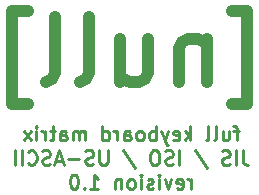
<source format=gbr>
G04 #@! TF.FileFunction,Legend,Bot*
%FSLAX46Y46*%
G04 Gerber Fmt 4.6, Leading zero omitted, Abs format (unit mm)*
G04 Created by KiCad (PCBNEW 4.0.5+dfsg1-4) date Tue Aug 15 23:30:36 2017*
%MOMM*%
%LPD*%
G01*
G04 APERTURE LIST*
%ADD10C,0.100000*%
%ADD11C,0.250000*%
%ADD12C,1.000000*%
G04 APERTURE END LIST*
D10*
D11*
X344292856Y-91942857D02*
X343835713Y-91942857D01*
X344121428Y-92742857D02*
X344121428Y-91714286D01*
X344064285Y-91600000D01*
X343949999Y-91542857D01*
X343835713Y-91542857D01*
X342921428Y-91942857D02*
X342921428Y-92742857D01*
X343435714Y-91942857D02*
X343435714Y-92571429D01*
X343378571Y-92685714D01*
X343264285Y-92742857D01*
X343092857Y-92742857D01*
X342978571Y-92685714D01*
X342921428Y-92628571D01*
X342178571Y-92742857D02*
X342292857Y-92685714D01*
X342350000Y-92571429D01*
X342350000Y-91542857D01*
X341550000Y-92742857D02*
X341664286Y-92685714D01*
X341721429Y-92571429D01*
X341721429Y-91542857D01*
X340178572Y-92742857D02*
X340178572Y-91542857D01*
X340064286Y-92285714D02*
X339721429Y-92742857D01*
X339721429Y-91942857D02*
X340178572Y-92400000D01*
X338750000Y-92685714D02*
X338864286Y-92742857D01*
X339092857Y-92742857D01*
X339207143Y-92685714D01*
X339264286Y-92571429D01*
X339264286Y-92114286D01*
X339207143Y-92000000D01*
X339092857Y-91942857D01*
X338864286Y-91942857D01*
X338750000Y-92000000D01*
X338692857Y-92114286D01*
X338692857Y-92228571D01*
X339264286Y-92342857D01*
X338292857Y-91942857D02*
X338007143Y-92742857D01*
X337721429Y-91942857D02*
X338007143Y-92742857D01*
X338121429Y-93028571D01*
X338178572Y-93085714D01*
X338292857Y-93142857D01*
X337264286Y-92742857D02*
X337264286Y-91542857D01*
X337264286Y-92000000D02*
X337150000Y-91942857D01*
X336921429Y-91942857D01*
X336807143Y-92000000D01*
X336750000Y-92057143D01*
X336692857Y-92171429D01*
X336692857Y-92514286D01*
X336750000Y-92628571D01*
X336807143Y-92685714D01*
X336921429Y-92742857D01*
X337150000Y-92742857D01*
X337264286Y-92685714D01*
X336007143Y-92742857D02*
X336121429Y-92685714D01*
X336178572Y-92628571D01*
X336235715Y-92514286D01*
X336235715Y-92171429D01*
X336178572Y-92057143D01*
X336121429Y-92000000D01*
X336007143Y-91942857D01*
X335835715Y-91942857D01*
X335721429Y-92000000D01*
X335664286Y-92057143D01*
X335607143Y-92171429D01*
X335607143Y-92514286D01*
X335664286Y-92628571D01*
X335721429Y-92685714D01*
X335835715Y-92742857D01*
X336007143Y-92742857D01*
X334578572Y-92742857D02*
X334578572Y-92114286D01*
X334635715Y-92000000D01*
X334750001Y-91942857D01*
X334978572Y-91942857D01*
X335092858Y-92000000D01*
X334578572Y-92685714D02*
X334692858Y-92742857D01*
X334978572Y-92742857D01*
X335092858Y-92685714D01*
X335150001Y-92571429D01*
X335150001Y-92457143D01*
X335092858Y-92342857D01*
X334978572Y-92285714D01*
X334692858Y-92285714D01*
X334578572Y-92228571D01*
X334007144Y-92742857D02*
X334007144Y-91942857D01*
X334007144Y-92171429D02*
X333950001Y-92057143D01*
X333892858Y-92000000D01*
X333778572Y-91942857D01*
X333664287Y-91942857D01*
X332750001Y-92742857D02*
X332750001Y-91542857D01*
X332750001Y-92685714D02*
X332864287Y-92742857D01*
X333092858Y-92742857D01*
X333207144Y-92685714D01*
X333264287Y-92628571D01*
X333321430Y-92514286D01*
X333321430Y-92171429D01*
X333264287Y-92057143D01*
X333207144Y-92000000D01*
X333092858Y-91942857D01*
X332864287Y-91942857D01*
X332750001Y-92000000D01*
X331264287Y-92742857D02*
X331264287Y-91942857D01*
X331264287Y-92057143D02*
X331207144Y-92000000D01*
X331092858Y-91942857D01*
X330921430Y-91942857D01*
X330807144Y-92000000D01*
X330750001Y-92114286D01*
X330750001Y-92742857D01*
X330750001Y-92114286D02*
X330692858Y-92000000D01*
X330578572Y-91942857D01*
X330407144Y-91942857D01*
X330292858Y-92000000D01*
X330235715Y-92114286D01*
X330235715Y-92742857D01*
X329150001Y-92742857D02*
X329150001Y-92114286D01*
X329207144Y-92000000D01*
X329321430Y-91942857D01*
X329550001Y-91942857D01*
X329664287Y-92000000D01*
X329150001Y-92685714D02*
X329264287Y-92742857D01*
X329550001Y-92742857D01*
X329664287Y-92685714D01*
X329721430Y-92571429D01*
X329721430Y-92457143D01*
X329664287Y-92342857D01*
X329550001Y-92285714D01*
X329264287Y-92285714D01*
X329150001Y-92228571D01*
X328750001Y-91942857D02*
X328292858Y-91942857D01*
X328578573Y-91542857D02*
X328578573Y-92571429D01*
X328521430Y-92685714D01*
X328407144Y-92742857D01*
X328292858Y-92742857D01*
X327892859Y-92742857D02*
X327892859Y-91942857D01*
X327892859Y-92171429D02*
X327835716Y-92057143D01*
X327778573Y-92000000D01*
X327664287Y-91942857D01*
X327550002Y-91942857D01*
X327150002Y-92742857D02*
X327150002Y-91942857D01*
X327150002Y-91542857D02*
X327207145Y-91600000D01*
X327150002Y-91657143D01*
X327092859Y-91600000D01*
X327150002Y-91542857D01*
X327150002Y-91657143D01*
X326692858Y-92742857D02*
X326064287Y-91942857D01*
X326692858Y-91942857D02*
X326064287Y-92742857D01*
X344607144Y-93592857D02*
X344607144Y-94450000D01*
X344664286Y-94621429D01*
X344778572Y-94735714D01*
X344950001Y-94792857D01*
X345064286Y-94792857D01*
X344035715Y-94792857D02*
X344035715Y-93592857D01*
X343521429Y-94735714D02*
X343350000Y-94792857D01*
X343064286Y-94792857D01*
X342950000Y-94735714D01*
X342892857Y-94678571D01*
X342835714Y-94564286D01*
X342835714Y-94450000D01*
X342892857Y-94335714D01*
X342950000Y-94278571D01*
X343064286Y-94221429D01*
X343292857Y-94164286D01*
X343407143Y-94107143D01*
X343464286Y-94050000D01*
X343521429Y-93935714D01*
X343521429Y-93821429D01*
X343464286Y-93707143D01*
X343407143Y-93650000D01*
X343292857Y-93592857D01*
X343007143Y-93592857D01*
X342835714Y-93650000D01*
X340550000Y-93535714D02*
X341578571Y-95078571D01*
X339235714Y-94792857D02*
X339235714Y-93592857D01*
X338721428Y-94735714D02*
X338549999Y-94792857D01*
X338264285Y-94792857D01*
X338149999Y-94735714D01*
X338092856Y-94678571D01*
X338035713Y-94564286D01*
X338035713Y-94450000D01*
X338092856Y-94335714D01*
X338149999Y-94278571D01*
X338264285Y-94221429D01*
X338492856Y-94164286D01*
X338607142Y-94107143D01*
X338664285Y-94050000D01*
X338721428Y-93935714D01*
X338721428Y-93821429D01*
X338664285Y-93707143D01*
X338607142Y-93650000D01*
X338492856Y-93592857D01*
X338207142Y-93592857D01*
X338035713Y-93650000D01*
X337292856Y-93592857D02*
X337064285Y-93592857D01*
X336949999Y-93650000D01*
X336835713Y-93764286D01*
X336778571Y-93992857D01*
X336778571Y-94392857D01*
X336835713Y-94621429D01*
X336949999Y-94735714D01*
X337064285Y-94792857D01*
X337292856Y-94792857D01*
X337407142Y-94735714D01*
X337521428Y-94621429D01*
X337578571Y-94392857D01*
X337578571Y-93992857D01*
X337521428Y-93764286D01*
X337407142Y-93650000D01*
X337292856Y-93592857D01*
X334492856Y-93535714D02*
X335521427Y-95078571D01*
X333178570Y-93592857D02*
X333178570Y-94564286D01*
X333121427Y-94678571D01*
X333064284Y-94735714D01*
X332949998Y-94792857D01*
X332721427Y-94792857D01*
X332607141Y-94735714D01*
X332549998Y-94678571D01*
X332492855Y-94564286D01*
X332492855Y-93592857D01*
X331978570Y-94735714D02*
X331807141Y-94792857D01*
X331521427Y-94792857D01*
X331407141Y-94735714D01*
X331349998Y-94678571D01*
X331292855Y-94564286D01*
X331292855Y-94450000D01*
X331349998Y-94335714D01*
X331407141Y-94278571D01*
X331521427Y-94221429D01*
X331749998Y-94164286D01*
X331864284Y-94107143D01*
X331921427Y-94050000D01*
X331978570Y-93935714D01*
X331978570Y-93821429D01*
X331921427Y-93707143D01*
X331864284Y-93650000D01*
X331749998Y-93592857D01*
X331464284Y-93592857D01*
X331292855Y-93650000D01*
X330778570Y-94335714D02*
X329864284Y-94335714D01*
X329349999Y-94450000D02*
X328778570Y-94450000D01*
X329464284Y-94792857D02*
X329064284Y-93592857D01*
X328664284Y-94792857D01*
X328321428Y-94735714D02*
X328149999Y-94792857D01*
X327864285Y-94792857D01*
X327749999Y-94735714D01*
X327692856Y-94678571D01*
X327635713Y-94564286D01*
X327635713Y-94450000D01*
X327692856Y-94335714D01*
X327749999Y-94278571D01*
X327864285Y-94221429D01*
X328092856Y-94164286D01*
X328207142Y-94107143D01*
X328264285Y-94050000D01*
X328321428Y-93935714D01*
X328321428Y-93821429D01*
X328264285Y-93707143D01*
X328207142Y-93650000D01*
X328092856Y-93592857D01*
X327807142Y-93592857D01*
X327635713Y-93650000D01*
X326435713Y-94678571D02*
X326492856Y-94735714D01*
X326664285Y-94792857D01*
X326778571Y-94792857D01*
X326949999Y-94735714D01*
X327064285Y-94621429D01*
X327121428Y-94507143D01*
X327178571Y-94278571D01*
X327178571Y-94107143D01*
X327121428Y-93878571D01*
X327064285Y-93764286D01*
X326949999Y-93650000D01*
X326778571Y-93592857D01*
X326664285Y-93592857D01*
X326492856Y-93650000D01*
X326435713Y-93707143D01*
X325921428Y-94792857D02*
X325921428Y-93592857D01*
X325349999Y-94792857D02*
X325349999Y-93592857D01*
X340235715Y-96842857D02*
X340235715Y-96042857D01*
X340235715Y-96271429D02*
X340178572Y-96157143D01*
X340121429Y-96100000D01*
X340007143Y-96042857D01*
X339892858Y-96042857D01*
X339035715Y-96785714D02*
X339150001Y-96842857D01*
X339378572Y-96842857D01*
X339492858Y-96785714D01*
X339550001Y-96671429D01*
X339550001Y-96214286D01*
X339492858Y-96100000D01*
X339378572Y-96042857D01*
X339150001Y-96042857D01*
X339035715Y-96100000D01*
X338978572Y-96214286D01*
X338978572Y-96328571D01*
X339550001Y-96442857D01*
X338578572Y-96042857D02*
X338292858Y-96842857D01*
X338007144Y-96042857D01*
X337550001Y-96842857D02*
X337550001Y-96042857D01*
X337550001Y-95642857D02*
X337607144Y-95700000D01*
X337550001Y-95757143D01*
X337492858Y-95700000D01*
X337550001Y-95642857D01*
X337550001Y-95757143D01*
X337035715Y-96785714D02*
X336921429Y-96842857D01*
X336692857Y-96842857D01*
X336578572Y-96785714D01*
X336521429Y-96671429D01*
X336521429Y-96614286D01*
X336578572Y-96500000D01*
X336692857Y-96442857D01*
X336864286Y-96442857D01*
X336978572Y-96385714D01*
X337035715Y-96271429D01*
X337035715Y-96214286D01*
X336978572Y-96100000D01*
X336864286Y-96042857D01*
X336692857Y-96042857D01*
X336578572Y-96100000D01*
X336007143Y-96842857D02*
X336007143Y-96042857D01*
X336007143Y-95642857D02*
X336064286Y-95700000D01*
X336007143Y-95757143D01*
X335950000Y-95700000D01*
X336007143Y-95642857D01*
X336007143Y-95757143D01*
X335264285Y-96842857D02*
X335378571Y-96785714D01*
X335435714Y-96728571D01*
X335492857Y-96614286D01*
X335492857Y-96271429D01*
X335435714Y-96157143D01*
X335378571Y-96100000D01*
X335264285Y-96042857D01*
X335092857Y-96042857D01*
X334978571Y-96100000D01*
X334921428Y-96157143D01*
X334864285Y-96271429D01*
X334864285Y-96614286D01*
X334921428Y-96728571D01*
X334978571Y-96785714D01*
X335092857Y-96842857D01*
X335264285Y-96842857D01*
X334350000Y-96042857D02*
X334350000Y-96842857D01*
X334350000Y-96157143D02*
X334292857Y-96100000D01*
X334178571Y-96042857D01*
X334007143Y-96042857D01*
X333892857Y-96100000D01*
X333835714Y-96214286D01*
X333835714Y-96842857D01*
X331721428Y-96842857D02*
X332407143Y-96842857D01*
X332064285Y-96842857D02*
X332064285Y-95642857D01*
X332178571Y-95814286D01*
X332292857Y-95928571D01*
X332407143Y-95985714D01*
X331207143Y-96728571D02*
X331150000Y-96785714D01*
X331207143Y-96842857D01*
X331264286Y-96785714D01*
X331207143Y-96728571D01*
X331207143Y-96842857D01*
X330407142Y-95642857D02*
X330292857Y-95642857D01*
X330178571Y-95700000D01*
X330121428Y-95757143D01*
X330064285Y-95871429D01*
X330007142Y-96100000D01*
X330007142Y-96385714D01*
X330064285Y-96614286D01*
X330121428Y-96728571D01*
X330178571Y-96785714D01*
X330292857Y-96842857D01*
X330407142Y-96842857D01*
X330521428Y-96785714D01*
X330578571Y-96728571D01*
X330635714Y-96614286D01*
X330692857Y-96385714D01*
X330692857Y-96100000D01*
X330635714Y-95871429D01*
X330578571Y-95757143D01*
X330521428Y-95700000D01*
X330407142Y-95642857D01*
D12*
X343692857Y-89621429D02*
X345002380Y-89621429D01*
X345002380Y-81764286D01*
X343692857Y-81764286D01*
X341597618Y-84121429D02*
X341597618Y-87788095D01*
X341597618Y-84645238D02*
X341335713Y-84383333D01*
X340811904Y-84121429D01*
X340026190Y-84121429D01*
X339502380Y-84383333D01*
X339240475Y-84907143D01*
X339240475Y-87788095D01*
X334264285Y-84121429D02*
X334264285Y-87788095D01*
X336621428Y-84121429D02*
X336621428Y-87002381D01*
X336359523Y-87526190D01*
X335835714Y-87788095D01*
X335050000Y-87788095D01*
X334526190Y-87526190D01*
X334264285Y-87264286D01*
X330859524Y-87788095D02*
X331383333Y-87526190D01*
X331645238Y-87002381D01*
X331645238Y-82288095D01*
X327978572Y-87788095D02*
X328502381Y-87526190D01*
X328764286Y-87002381D01*
X328764286Y-82288095D01*
X326407144Y-89621429D02*
X325097620Y-89621429D01*
X325097620Y-81764286D01*
X326407144Y-81764286D01*
M02*

</source>
